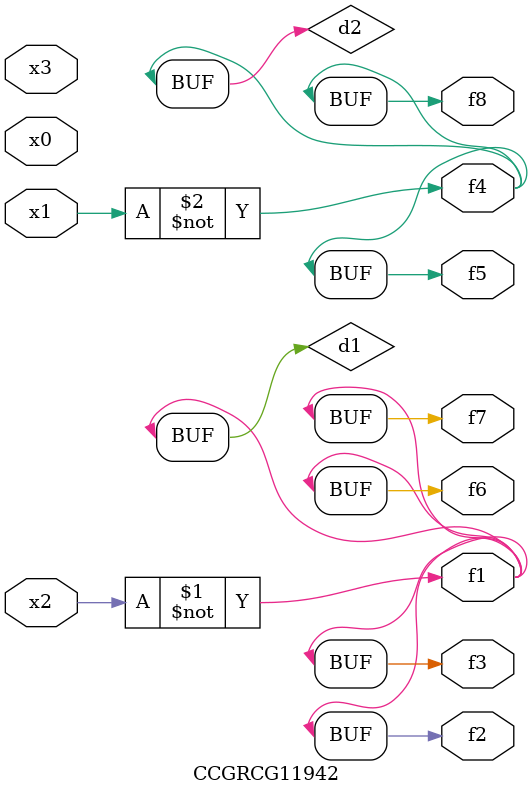
<source format=v>
module CCGRCG11942(
	input x0, x1, x2, x3,
	output f1, f2, f3, f4, f5, f6, f7, f8
);

	wire d1, d2;

	xnor (d1, x2);
	not (d2, x1);
	assign f1 = d1;
	assign f2 = d1;
	assign f3 = d1;
	assign f4 = d2;
	assign f5 = d2;
	assign f6 = d1;
	assign f7 = d1;
	assign f8 = d2;
endmodule

</source>
